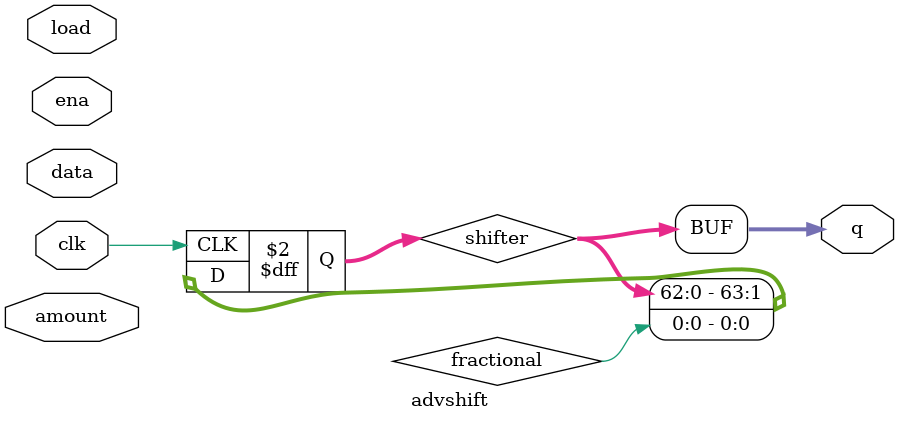
<source format=v>
module advshift(input clk,
input load,
input ena,
input [1:0] amount,
input [63:0] data,
output reg [63:0] q); 
// when load is high, assign data[63:0] to shift register q.
// if ena is high, shift q.
// amount: Chooses which direction and how much to shift.
// 2'b00: shift left by 1 bit.
// 2'b01: shift left by 8 bits.
// 2'b10: shift right by 1 bit.
// 2'b11: shift right by 8 bits.

  reg [63:0] shifter;
  // Output is registered if in the shifter
  always @(posedge clk)
    shifter <= {shifter, fractional};
  
  assign q = shifter;
endmodule

</source>
